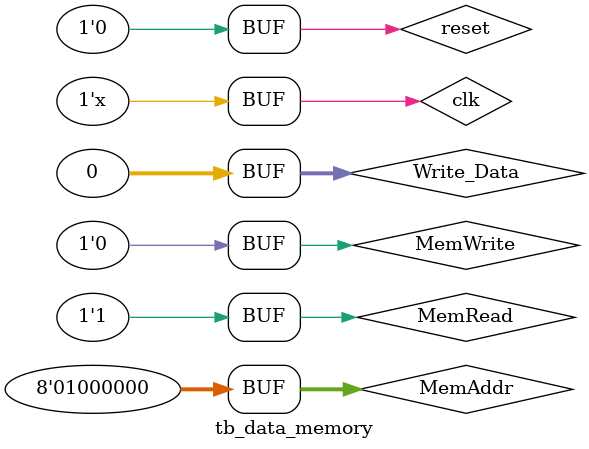
<source format=v>
`timescale 1ns / 1ps


module tb_data_memory;

	// Inputs
	reg [7:0] MemAddr;
	reg [31:0] Write_Data;
	reg clk;
	reg reset;
	reg MemRead;
	reg MemWrite;

	// Outputs
	wire [31:0] Read_Data;

	// Instantiate the Unit Under Test (UUT)
	Data_Memory uut (
		.MemAddr(MemAddr), 
		.Write_Data(Write_Data), 
		.Read_Data(Read_Data), 
		.clk(clk), 
		.reset(reset), 
		.MemRead(MemRead), 
		.MemWrite(MemWrite)
	);

	initial begin
		// Initialize Inputs
		MemAddr = 0;
		Write_Data = 0;
		clk = 0;
		reset = 1;
		MemRead = 1;
		MemWrite = 0;

		// Wait 100 ns for global reset to finish
		#100;
		reset = 0;
        
		// Add stimulus here
		MemAddr = 8'b0100_0000;
		#50;
		
		MemAddr = 8'b1000_0000;
		#50;
		
		MemAddr = 8'b0100_0000;
		#50;
		
	end

	always begin
		#1 clk <= ~clk;
	end
      
      
endmodule


</source>
